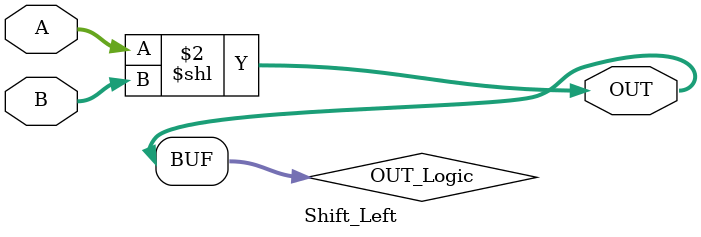
<source format=sv>
module Shift_Left
#(
	parameter INBits=32,
	parameter IBits=2
)
(
	input [INBits-1:0] A,
	input [IBits-1:0]B,
	
	output [INBits-1:0]OUT

);

 logic [INBits-1:0]OUT_Logic;

 always_comb
 begin
	OUT_Logic = A<<B;
 end
 
 assign OUT = OUT_Logic;


endmodule

</source>
